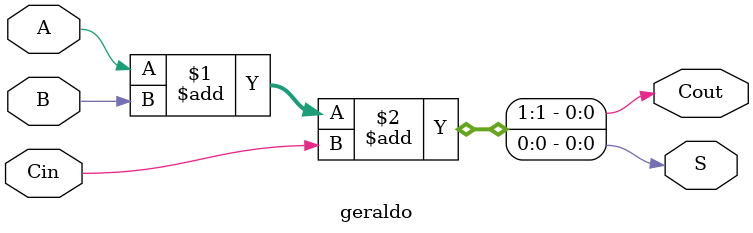
<source format=v>
module geraldo( 
    input A, B, Cin,
    output S, Cout);
assign {Cout,S} = A + B + Cin;
endmodule 

</source>
